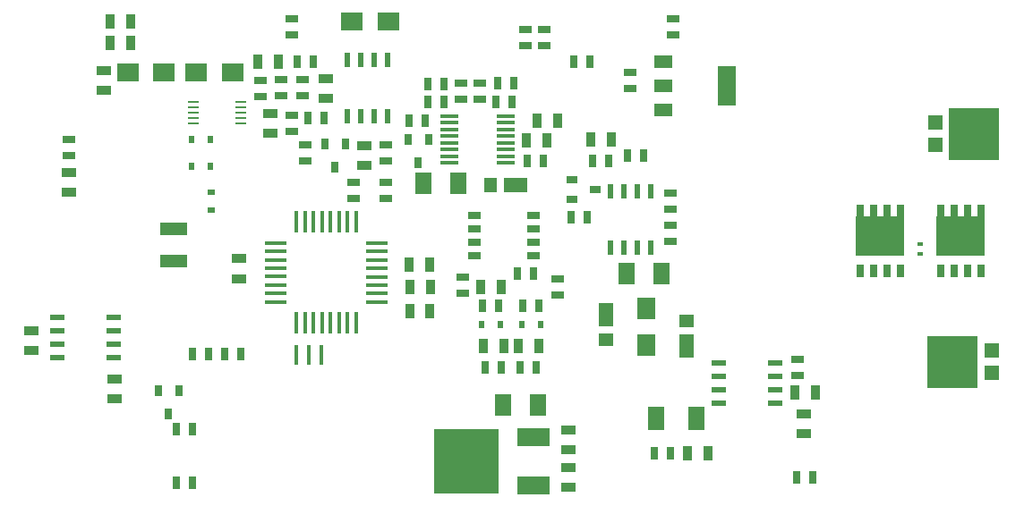
<source format=gtp>
G04 (created by PCBNEW (2013-07-07 BZR 4022)-stable) date 2/4/2017 6:27:51 AM*
%MOIN*%
G04 Gerber Fmt 3.4, Leading zero omitted, Abs format*
%FSLAX34Y34*%
G01*
G70*
G90*
G04 APERTURE LIST*
%ADD10C,0.00590551*%
%ADD11R,0.015748X0.0748031*%
%ADD12R,0.0709X0.0512*%
%ADD13R,0.0709X0.1496*%
%ADD14R,0.0315X0.0394*%
%ADD15R,0.035X0.055*%
%ADD16R,0.055X0.035*%
%ADD17R,0.025X0.045*%
%ADD18R,0.0551X0.0236*%
%ADD19R,0.0787X0.0177*%
%ADD20R,0.0177X0.0787*%
%ADD21R,0.065X0.016*%
%ADD22R,0.06X0.08*%
%ADD23R,0.0394X0.0315*%
%ADD24R,0.188976X0.19685*%
%ADD25R,0.0551181X0.0551181*%
%ADD26R,0.063X0.0866*%
%ADD27R,0.045X0.025*%
%ADD28R,0.0236X0.0551*%
%ADD29R,0.0394X0.0106*%
%ADD30R,0.05X0.025*%
%ADD31R,0.0827X0.0669*%
%ADD32R,0.0669X0.0827*%
%ADD33R,0.1X0.05*%
%ADD34R,0.12X0.065*%
%ADD35R,0.24X0.24*%
%ADD36R,0.0295276X0.0452756*%
%ADD37R,0.179528X0.147638*%
%ADD38R,0.0236X0.0157*%
%ADD39R,0.0236X0.0315*%
%ADD40R,0.0315X0.0236*%
%ADD41R,0.0551181X0.0905512*%
%ADD42R,0.0551181X0.0492126*%
%ADD43R,0.0905512X0.0551181*%
%ADD44R,0.0492126X0.0551181*%
G04 APERTURE END LIST*
G54D10*
G54D11*
X42892Y-33440D03*
X42420Y-33440D03*
X41947Y-33440D03*
G54D12*
X55619Y-22494D03*
X55619Y-23400D03*
X55619Y-24306D03*
G54D13*
X57981Y-23400D03*
G54D14*
X37200Y-35633D03*
X36825Y-34767D03*
X37575Y-34767D03*
X46500Y-26283D03*
X46125Y-25417D03*
X46875Y-25417D03*
X43400Y-26433D03*
X43025Y-25567D03*
X43775Y-25567D03*
G54D15*
X51275Y-25450D03*
X50525Y-25450D03*
G54D16*
X32100Y-33275D03*
X32100Y-32525D03*
X44500Y-25625D03*
X44500Y-26375D03*
G54D15*
X46915Y-30080D03*
X46165Y-30080D03*
X46935Y-30900D03*
X46185Y-30900D03*
G54D16*
X39825Y-30600D03*
X39825Y-29850D03*
G54D17*
X46850Y-24000D03*
X47450Y-24000D03*
X50000Y-24000D03*
X49400Y-24000D03*
G54D16*
X33500Y-27375D03*
X33500Y-26625D03*
G54D18*
X35150Y-32050D03*
X33050Y-32050D03*
X35150Y-32550D03*
X35150Y-33050D03*
X35150Y-33550D03*
X33050Y-32550D03*
X33050Y-33050D03*
X33050Y-33550D03*
G54D19*
X41179Y-31468D03*
X41179Y-31153D03*
X41179Y-30838D03*
X41179Y-30523D03*
X41179Y-30208D03*
X41179Y-29893D03*
X41179Y-29578D03*
X41179Y-29263D03*
X44945Y-29265D03*
X44945Y-31475D03*
X44945Y-31155D03*
X44945Y-30835D03*
X44945Y-30525D03*
X44945Y-30205D03*
X44945Y-29895D03*
X44945Y-29575D03*
G54D20*
X41963Y-28475D03*
X42277Y-28475D03*
X42593Y-28475D03*
X42907Y-28475D03*
X43223Y-28475D03*
X43537Y-28475D03*
X43853Y-28475D03*
X44167Y-28475D03*
X41965Y-32255D03*
X42275Y-32255D03*
X42595Y-32255D03*
X42905Y-32255D03*
X43215Y-32255D03*
X43535Y-32255D03*
X43855Y-32255D03*
X44175Y-32255D03*
G54D16*
X60850Y-35625D03*
X60850Y-36375D03*
G54D15*
X46175Y-31800D03*
X46925Y-31800D03*
X48925Y-33100D03*
X49675Y-33100D03*
X41275Y-22500D03*
X40525Y-22500D03*
G54D21*
X49750Y-25525D03*
X49750Y-25275D03*
X49750Y-25025D03*
X49750Y-24775D03*
X47650Y-26275D03*
X49750Y-26275D03*
X49750Y-26025D03*
X49750Y-25775D03*
X47650Y-24525D03*
X47650Y-24775D03*
X47650Y-25025D03*
X47650Y-25275D03*
X47650Y-25525D03*
X47650Y-25775D03*
X49750Y-24525D03*
X47650Y-26025D03*
G54D17*
X50050Y-23300D03*
X49450Y-23300D03*
X46850Y-23350D03*
X47450Y-23350D03*
G54D22*
X46700Y-27050D03*
X48000Y-27050D03*
G54D16*
X52100Y-36975D03*
X52100Y-36225D03*
G54D23*
X53083Y-27280D03*
X52217Y-27655D03*
X52217Y-26905D03*
G54D15*
X53675Y-25400D03*
X52925Y-25400D03*
X51675Y-24700D03*
X50925Y-24700D03*
X49575Y-30900D03*
X48825Y-30900D03*
G54D16*
X34800Y-23575D03*
X34800Y-22825D03*
G54D22*
X55550Y-30400D03*
X54250Y-30400D03*
G54D15*
X60525Y-34850D03*
X61275Y-34850D03*
G54D24*
X66400Y-33700D03*
G54D25*
X67856Y-34113D03*
X67856Y-33286D03*
G54D24*
X67200Y-25200D03*
G54D25*
X65743Y-24786D03*
X65743Y-25613D03*
G54D26*
X55352Y-35800D03*
X56848Y-35800D03*
G54D17*
X46750Y-24700D03*
X46150Y-24700D03*
G54D27*
X42300Y-25600D03*
X42300Y-26200D03*
X48800Y-23300D03*
X48800Y-23900D03*
X48100Y-23300D03*
X48100Y-23900D03*
X33500Y-26000D03*
X33500Y-25400D03*
G54D17*
X42600Y-22500D03*
X42000Y-22500D03*
G54D27*
X45300Y-26200D03*
X45300Y-25600D03*
G54D17*
X38100Y-38200D03*
X37500Y-38200D03*
X61200Y-38000D03*
X60600Y-38000D03*
X48900Y-31600D03*
X49500Y-31600D03*
X49600Y-33900D03*
X49000Y-33900D03*
G54D27*
X60602Y-34199D03*
X60602Y-33599D03*
G54D17*
X52800Y-28300D03*
X52200Y-28300D03*
X53000Y-26200D03*
X53600Y-26200D03*
G54D27*
X56000Y-21500D03*
X56000Y-20900D03*
X54400Y-23500D03*
X54400Y-22900D03*
X55900Y-27400D03*
X55900Y-28000D03*
X55900Y-29200D03*
X55900Y-28600D03*
X48150Y-31150D03*
X48150Y-30550D03*
X45300Y-27000D03*
X45300Y-27600D03*
G54D17*
X51150Y-26200D03*
X50550Y-26200D03*
G54D18*
X57700Y-35250D03*
X59800Y-35250D03*
X57700Y-34750D03*
X57700Y-34250D03*
X57700Y-33750D03*
X59800Y-34750D03*
X59800Y-34250D03*
X59800Y-33750D03*
G54D16*
X41000Y-25175D03*
X41000Y-24425D03*
G54D17*
X38700Y-33400D03*
X38100Y-33400D03*
G54D27*
X41800Y-20900D03*
X41800Y-21500D03*
G54D28*
X53650Y-27350D03*
X53650Y-29450D03*
X54150Y-27350D03*
X54650Y-27350D03*
X55150Y-27350D03*
X54150Y-29450D03*
X54650Y-29450D03*
X55150Y-29450D03*
X45350Y-24550D03*
X45350Y-22450D03*
X44850Y-24550D03*
X44350Y-24550D03*
X43850Y-24550D03*
X44850Y-22450D03*
X44350Y-22450D03*
X43850Y-22450D03*
G54D17*
X39300Y-33400D03*
X39900Y-33400D03*
G54D29*
X38125Y-24000D03*
X38125Y-24200D03*
X38125Y-24400D03*
X38125Y-24600D03*
X38125Y-24800D03*
X39875Y-24800D03*
X39875Y-24600D03*
X39875Y-24400D03*
X39875Y-24200D03*
X39875Y-24000D03*
G54D27*
X42175Y-23775D03*
X42175Y-23175D03*
G54D17*
X43000Y-24600D03*
X42400Y-24600D03*
G54D27*
X41800Y-25100D03*
X41800Y-24500D03*
G54D15*
X35775Y-21000D03*
X35025Y-21000D03*
X35775Y-21800D03*
X35025Y-21800D03*
X50975Y-33100D03*
X50225Y-33100D03*
G54D17*
X50300Y-33900D03*
X50900Y-33900D03*
X51000Y-31600D03*
X50400Y-31600D03*
X38100Y-36200D03*
X37500Y-36200D03*
G54D27*
X51700Y-31200D03*
X51700Y-30600D03*
G54D16*
X43050Y-23875D03*
X43050Y-23125D03*
G54D17*
X50200Y-30400D03*
X50800Y-30400D03*
G54D30*
X50800Y-29750D03*
X50800Y-29250D03*
X50800Y-28750D03*
X50800Y-28250D03*
X48600Y-28250D03*
X48600Y-28750D03*
X48600Y-29250D03*
X48600Y-29750D03*
G54D17*
X52900Y-22500D03*
X52300Y-22500D03*
G54D31*
X44019Y-21000D03*
X45381Y-21000D03*
X39581Y-22900D03*
X38219Y-22900D03*
G54D32*
X55000Y-31719D03*
X55000Y-33081D03*
G54D31*
X35669Y-22900D03*
X37031Y-22900D03*
G54D33*
X37400Y-29950D03*
X37400Y-28750D03*
G54D16*
X35200Y-34325D03*
X35200Y-35075D03*
X52100Y-38375D03*
X52100Y-37625D03*
G54D22*
X49650Y-35300D03*
X50950Y-35300D03*
G54D34*
X50800Y-38300D03*
G54D35*
X48300Y-37400D03*
G54D34*
X50800Y-36500D03*
G54D36*
X65950Y-30320D03*
X66450Y-30320D03*
X66950Y-30320D03*
X67450Y-30320D03*
X67450Y-28079D03*
X66950Y-28079D03*
X66450Y-28079D03*
X65950Y-28079D03*
G54D37*
X66700Y-28991D03*
G54D36*
X62950Y-30320D03*
X63450Y-30320D03*
X63950Y-30320D03*
X64450Y-30320D03*
X64450Y-28079D03*
X63950Y-28079D03*
X63450Y-28079D03*
X62950Y-28079D03*
G54D37*
X63700Y-28991D03*
G54D27*
X50500Y-21900D03*
X50500Y-21300D03*
X51200Y-21900D03*
X51200Y-21300D03*
G54D15*
X56525Y-37100D03*
X57275Y-37100D03*
G54D17*
X55900Y-37100D03*
X55300Y-37100D03*
X54900Y-26000D03*
X54300Y-26000D03*
G54D27*
X41375Y-23175D03*
X41375Y-23775D03*
X40625Y-23200D03*
X40625Y-23800D03*
X44100Y-27000D03*
X44100Y-27600D03*
G54D38*
X65200Y-29323D03*
X65200Y-29677D03*
G54D39*
X48865Y-32300D03*
X49535Y-32300D03*
X38735Y-26400D03*
X38065Y-26400D03*
X38735Y-25400D03*
X38065Y-25400D03*
G54D40*
X38800Y-28035D03*
X38800Y-27365D03*
G54D39*
X51035Y-32300D03*
X50365Y-32300D03*
G54D41*
X53500Y-31947D03*
G54D42*
X53500Y-32862D03*
G54D41*
X56500Y-33102D03*
G54D42*
X56500Y-32187D03*
G54D43*
X50102Y-27100D03*
G54D44*
X49187Y-27100D03*
M02*

</source>
